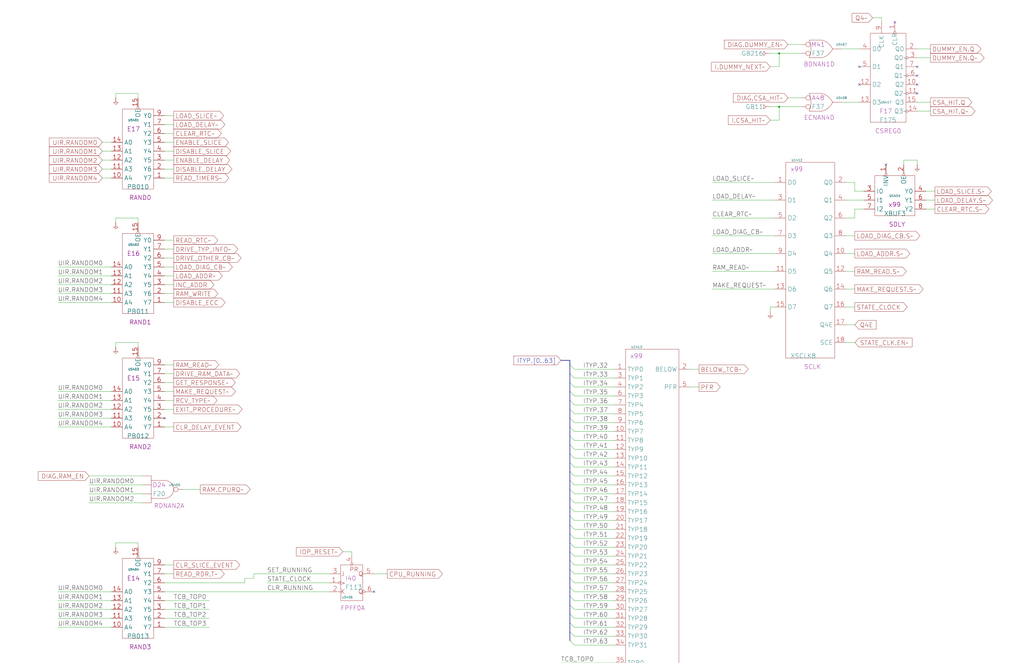
<source format=kicad_sch>
(kicad_sch (version 20230121) (generator eeschema)
  (paper "User" 584.2 378.46)
  (title_block (title "CONTROL STORE\\nRANDOM DECODING") (date "22-SEP-90") (rev "2.0") (comment 1 "IOC") (comment 2 "232-003061") (comment 3 "S400") (comment 4 "RELEASED"))
  (lib_symbols
    (symbol "r1000:F113" (pin_names (offset 1.016) hide)
      (property "Reference" "U" (at 0 -10.795 0))
      (property "Value" "F113" (at -1.27 -5.08 0))
      (property "Location" "___" (at -1.27 0 0))
      (property "Name" "______" (at 3.175 -18.415 0))
      (symbol "F113_0_1"
        (rectangle (start -3.81 7.62) (end 8.89 -12.7) (stroke (width 0.1524)))
      )
      (symbol "F113_1_1"
        (circle (center -4.445 -2.54) (radius 0.635))
        (circle (center 2.54 8.255) (radius 0.635))
        (circle (center 9.525 -7.62) (radius 0.635))
        (text ">" (at -2.54 -2.54 0) (effects (font (size 2.54 2.54))))
        (text "J" (at -2.54 2.54 0) (effects (font (size 2.54 2.54))))
        (text "K" (at -2.54 -7.62 0) (effects (font (size 2.54 2.54))))
        (text "P" (at 2.54 5.08 0) (effects (font (size 2.54 2.54))))
        (text "Q" (at 7.62 -7.62 0) (effects (font (size 2.54 2.54))))
        (text "Q" (at 7.62 2.54 0) (effects (font (size 2.54 2.54))))
        (text "R" (at 5.08 5.08 0) (effects (font (size 2.54 2.54))))
        (pin input line (at -10.16 -2.54 0) (length 5.08) (name "CLK_") (number "1"))
        (pin input line (at -10.16 -7.62 0) (length 6.35) (name "K") (number "2"))
        (pin input line (at -10.16 2.54 0) (length 6.35) (name "J") (number "3"))
        (pin input line (at 2.54 12.7 270) (length 3.81) (name "PR_") (number "4"))
        (pin output line (at 15.24 2.54 180) (length 6.35) (name "Q") (number "5"))
        (pin output line (at 15.24 -7.62 180) (length 5.08) (name "Q_") (number "6"))
      )
    )
    (symbol "r1000:F175" (pin_names (offset 1.016))
      (property "Reference" "U" (at 2.54 5.08 0))
      (property "Value" "F175" (at -1.27 -5.08 0))
      (property "Location" "___" (at -1.27 0 0))
      (property "Name" "______" (at 3.81 -12.7 0))
      (symbol "F175_1_1"
        (rectangle (start -6.35 44.45) (end 13.97 -6.35))
        (circle (center 7.62 45.085) (radius 0.635))
        (circle (center 14.605 0) (radius 0.635))
        (circle (center 14.605 10.16) (radius 0.635))
        (circle (center 14.605 20.32) (radius 0.635))
        (circle (center 14.605 30.48) (radius 0.635))
        (pin input line (at 7.62 50.8 270) (length 5.08) (name "CLR") (number "1"))
        (pin output line (at 20.32 15.24 180) (length 6.35) (name "Q2") (number "10"))
        (pin output line (at 20.32 10.16 180) (length 5.08) (name "Q2~") (number "11"))
        (pin input line (at -12.7 15.24 0) (length 6.35) (name "D2") (number "12"))
        (pin input line (at -12.7 5.08 0) (length 6.35) (name "D3") (number "13"))
        (pin output line (at 20.32 0 180) (length 5.08) (name "Q3~") (number "14"))
        (pin output line (at 20.32 5.08 180) (length 6.35) (name "Q3") (number "15"))
        (pin output line (at 20.32 35.56 180) (length 6.35) (name "Q0") (number "2"))
        (pin output line (at 20.32 30.48 180) (length 5.08) (name "Q0~") (number "3"))
        (pin input line (at -12.7 35.56 0) (length 6.35) (name "D0") (number "4"))
        (pin input line (at -12.7 25.4 0) (length 6.35) (name "D1") (number "5"))
        (pin output line (at 20.32 20.32 180) (length 5.08) (name "Q1~") (number "6"))
        (pin output line (at 20.32 25.4 180) (length 6.35) (name "Q1") (number "7"))
        (pin input line (at 0 50.8 270) (length 6.35) (name "CLK") (number "9"))
      )
    )
    (symbol "r1000:F20" (pin_numbers hide) (pin_names hide)
      (property "Reference" "U" (at 8.255 2.54 0))
      (property "Value" "F20" (at -0.635 -2.54 0))
      (property "Location" "___" (at -0.635 2.54 0))
      (property "Name" "______" (at 5.08 -10.795 0))
      (symbol "F20_0_1"
        (polyline (pts (xy -5.08 -5.08) (xy -5.08 -7.62)) (stroke (width 0.1524)))
        (polyline (pts (xy -5.08 5.08) (xy -5.08 -5.08)) (stroke (width 0.1524)))
        (polyline (pts (xy -5.08 7.62) (xy -5.08 5.08)) (stroke (width 0.1524)))
        (polyline (pts (xy 2.54 -5.08) (xy -5.08 -5.08)) (stroke (width 0.1524)))
        (polyline (pts (xy 2.54 5.08) (xy -5.08 5.08)) (stroke (width 0.1524)))
        (arc (start 2.54 -5.08) (mid 7.5882 0) (end 2.54 5.08) (stroke (width 0.1524)))
        (circle (center 8.89 0) (radius 1.27) (stroke (width 0.1524)))
      )
      (symbol "F20_0_2"
        (circle (center -7.62 -7.62) (radius 1.27) (stroke (width 0.1524)))
        (circle (center -7.62 7.62) (radius 1.27) (stroke (width 0.1524)))
        (circle (center -6.985 -2.54) (radius 1.27) (stroke (width 0.1524)))
        (circle (center -6.985 2.54) (radius 1.27) (stroke (width 0.1524)))
        (arc (start -6.35 -7.62) (mid -5.3975 0) (end -6.35 7.62) (stroke (width 0.1524)))
        (polyline (pts (xy -5.715 -5.08) (xy 1.27 -5.08)) (stroke (width 0.1524)))
        (polyline (pts (xy -5.715 5.08) (xy 1.27 5.08)) (stroke (width 0.1524)))
        (arc (start 1.27 -5.08) (mid 5.0518 -3.2985) (end 7.62 0) (stroke (width 0.1524)))
        (arc (start 7.62 0) (mid 5.0518 3.2985) (end 1.27 5.08) (stroke (width 0.1524)))
      )
      (symbol "F20_1_1"
        (pin input line (at -10.16 7.62 0) (length 5.08) (name "D0") (number "1"))
        (pin input line (at -10.16 2.54 0) (length 5.08) (name "D1") (number "2"))
        (pin input line (at -10.16 -2.54 0) (length 5.08) (name "D2") (number "4"))
        (pin input line (at -10.16 -7.62 0) (length 5.08) (name "D3") (number "5"))
        (pin output line (at 12.7 0 180) (length 2.54) (name "Q") (number "6"))
      )
      (symbol "F20_1_2"
        (pin input line (at -10.16 7.62 0) (length 1.27) (name "D0") (number "1"))
        (pin input line (at -10.16 2.54 0) (length 1.905) (name "D1") (number "2"))
        (pin input line (at -10.16 -2.54 0) (length 1.905) (name "D2") (number "4"))
        (pin input line (at -10.16 -7.62 0) (length 1.27) (name "D3") (number "5"))
        (pin output line (at 12.7 0 180) (length 5.08) (name "Q") (number "6"))
      )
    )
    (symbol "r1000:F37" (pin_numbers hide) (pin_names (offset 0) hide)
      (property "Reference" "U" (at 15.24 0 0))
      (property "Value" "F37" (at 1.905 -5.08 0))
      (property "Location" "___" (at 1.905 0 0))
      (property "Name" "______" (at 2.54 -12.7 0))
      (symbol "F37_0_1"
        (polyline (pts (xy -2.54 -7.62) (xy 5.08 -7.62)) (stroke (width 0.1524)))
        (polyline (pts (xy -2.54 2.54) (xy -2.54 -7.62)) (stroke (width 0.1524)))
        (polyline (pts (xy -2.54 2.54) (xy 5.08 2.54)) (stroke (width 0.1524)))
        (arc (start 5.08 -7.62) (mid 10.1282 -2.54) (end 5.08 2.54) (stroke (width 0.1524)))
        (circle (center 11.43 -2.54) (radius 1.27) (stroke (width 0.1524)))
      )
      (symbol "F37_0_2"
        (circle (center -3.81 -5.08) (radius 1.27) (stroke (width 0.1524)))
        (circle (center -3.81 0) (radius 1.27) (stroke (width 0.1524)))
        (arc (start -3.175 -7.62) (mid -2.134 -2.54) (end -3.175 2.54) (stroke (width 0.1524)))
        (polyline (pts (xy -3.175 -7.62) (xy 3.81 -7.62)) (stroke (width 0.1524)))
        (polyline (pts (xy -3.175 2.54) (xy 3.81 2.54)) (stroke (width 0.1524)))
        (arc (start 3.81 -7.62) (mid 7.5855 -5.8306) (end 10.16 -2.54) (stroke (width 0.1524)))
        (arc (start 10.16 -2.54) (mid 7.5827 0.7471) (end 3.81 2.54) (stroke (width 0.1524)))
      )
      (symbol "F37_1_1"
        (pin input line (at -7.62 0 0) (length 5.08) (name "D0") (number "1"))
        (pin input line (at -7.62 -5.08 0) (length 5.08) (name "D1") (number "2"))
        (pin output line (at 15.24 -2.54 180) (length 2.54) (name "Q") (number "3"))
      )
      (symbol "F37_1_2"
        (pin input line (at -7.62 0 0) (length 2.54) (name "D0") (number "1"))
        (pin input line (at -7.62 -5.08 0) (length 2.54) (name "D1") (number "2"))
        (pin output line (at 15.24 -2.54 180) (length 5.08) (name "Q") (number "3"))
      )
    )
    (symbol "r1000:GB" (pin_numbers hide) (pin_names (offset 0) hide)
      (property "Reference" "GB" (at 3.81 0 0))
      (symbol "GB_0_1"
        (polyline (pts (xy 2.54 0) (xy 3.81 1.27) (xy 3.81 -1.27) (xy 2.54 0)) (stroke (width 0.1524)))
      )
      (symbol "GB_1_1"
        (pin bidirectional line (at 0 0 0) (length 2.54) (name "") (number "1"))
      )
    )
    (symbol "r1000:PBxxx" (pin_names (offset 1.016))
      (property "Reference" "U" (at 2.54 5.08 0))
      (property "Value" "PBxxx" (at -1.27 -33.02 0))
      (property "Location" "___" (at -1.27 0 0))
      (property "Name" "______" (at 6.35 -40.64 0))
      (symbol "PBxxx_1_1"
        (rectangle (start -3.81 11.43) (end 13.97 -34.29))
        (circle (center 5.08 12.065) (radius 0.635))
        (pin tri_state line (at 20.32 -27.94 180) (length 6.35) (name "Y7") (number "1"))
        (pin input line (at -10.16 -27.94 0) (length 6.35) (name "A4") (number "10"))
        (pin input line (at -10.16 -22.86 0) (length 6.35) (name "A3") (number "11"))
        (pin input line (at -10.16 -17.78 0) (length 6.35) (name "A2") (number "12"))
        (pin input line (at -10.16 -12.7 0) (length 6.35) (name "A1") (number "13"))
        (pin input line (at -10.16 -7.62 0) (length 6.35) (name "A0") (number "14"))
        (pin input line (at 5.08 17.78 270) (length 5.08) (name "OE") (number "15"))
        (pin tri_state line (at 20.32 -22.86 180) (length 6.35) (name "Y6") (number "2"))
        (pin tri_state line (at 20.32 -17.78 180) (length 6.35) (name "Y5") (number "3"))
        (pin tri_state line (at 20.32 -12.7 180) (length 6.35) (name "Y4") (number "4"))
        (pin tri_state line (at 20.32 -7.62 180) (length 6.35) (name "Y3") (number "5"))
        (pin tri_state line (at 20.32 -2.54 180) (length 6.35) (name "Y2") (number "6"))
        (pin tri_state line (at 20.32 2.54 180) (length 6.35) (name "Y1") (number "7"))
        (pin tri_state line (at 20.32 7.62 180) (length 6.35) (name "Y0") (number "9"))
      )
    )
    (symbol "r1000:PD" (power) (pin_numbers hide) (pin_names hide) (in_bom no)
      (symbol "PD_0_1"
        (polyline (pts (xy 0 -2.54) (xy 1.27 -2.54) (xy 0 -3.81) (xy -1.27 -2.54) (xy 0 -2.54)) (stroke (width 0.1524)))
      )
      (symbol "PD_1_1"
        (pin power_in line (at 0 0 270) (length 2.54) (name "PD") (number "1"))
      )
    )
    (symbol "r1000:XBUF3" (pin_names (offset 1.016))
      (property "Reference" "U" (at 2.54 5.08 0))
      (property "Value" "XBUF3" (at -3.81 -5.08 0))
      (property "Location" "___" (at -1.27 0 0))
      (property "Name" "______" (at 3.81 -12.7 0))
      (symbol "XBUF3_1_1"
        (rectangle (start -8.89 16.51) (end 13.97 -6.35))
        (circle (center -2.54 17.145) (radius 0.635))
        (circle (center 7.62 17.145) (radius 0.635))
        (pin input line (at -2.54 22.86 270) (length 5.08) (name "INV") (number "1"))
        (pin input line (at 7.62 22.86 270) (length 5.08) (name "OE") (number "2"))
        (pin input line (at -15.24 7.62 0) (length 6.35) (name "I0") (number "3"))
        (pin tri_state line (at 20.32 7.62 180) (length 6.35) (name "Y0") (number "4"))
        (pin input line (at -15.24 2.54 0) (length 6.35) (name "I1") (number "5"))
        (pin tri_state line (at 20.32 2.54 180) (length 6.35) (name "Y1") (number "6"))
        (pin input line (at -15.24 -2.54 0) (length 6.35) (name "I2") (number "7"))
        (pin tri_state line (at 20.32 -2.54 180) (length 6.35) (name "Y2") (number "8"))
      )
    )
    (symbol "r1000:XSCLK8" (pin_names (offset 1.016))
      (property "Reference" "U" (at 2.54 5.08 0))
      (property "Value" "XSCLK8" (at -1.27 -106.68 0))
      (property "Location" "___" (at -1.27 0 0))
      (property "Name" "______" (at 11.43 -114.3 0))
      (symbol "XSCLK8_1_1"
        (rectangle (start -3.81 3.81) (end 24.13 -107.95))
        (pin input line (at -10.16 -7.62 0) (length 6.35) (name "D0") (number "1"))
        (pin output line (at 30.48 -48.26 180) (length 6.35) (name "Q4") (number "10"))
        (pin input line (at -10.16 -58.42 0) (length 6.35) (name "D5") (number "11"))
        (pin output line (at 30.48 -58.42 180) (length 6.35) (name "Q5") (number "12"))
        (pin input line (at -10.16 -68.58 0) (length 6.35) (name "D6") (number "13"))
        (pin output line (at 30.48 -68.58 180) (length 6.35) (name "Q6") (number "14"))
        (pin input line (at -10.16 -78.74 0) (length 6.35) (name "D7") (number "15"))
        (pin output line (at 30.48 -78.74 180) (length 6.35) (name "Q7") (number "16"))
        (pin input line (at 30.48 -88.9 180) (length 6.35) (name "Q4E") (number "17"))
        (pin input line (at 30.48 -99.06 180) (length 6.35) (name "SCE") (number "18"))
        (pin output line (at 30.48 -7.62 180) (length 6.35) (name "Q0") (number "2"))
        (pin input line (at -10.16 -17.78 0) (length 6.35) (name "D1") (number "3"))
        (pin output line (at 30.48 -17.78 180) (length 6.35) (name "Q1") (number "4"))
        (pin input line (at -10.16 -27.94 0) (length 6.35) (name "D2") (number "5"))
        (pin output line (at 30.48 -27.94 180) (length 6.35) (name "Q2") (number "6"))
        (pin input line (at -10.16 -38.1 0) (length 6.35) (name "D3") (number "7"))
        (pin output line (at 30.48 -38.1 180) (length 6.35) (name "Q3") (number "8"))
        (pin input line (at -10.16 -48.26 0) (length 6.35) (name "D4") (number "9"))
      )
    )
    (symbol "r1000:XTCBCMP" (pin_names (offset 1.016))
      (property "Reference" "U" (at 2.54 5.08 0))
      (property "Value" "XTCBCMP" (at -1.27 -198.12 0))
      (property "Location" "___" (at -1.27 0 0))
      (property "Name" "______" (at 11.43 -205.74 0))
      (symbol "XTCBCMP_1_1"
        (rectangle (start -3.81 3.81) (end 26.67 -199.39))
        (pin input line (at -10.16 -7.62 0) (length 6.35) (name "TYP0") (number "1"))
        (pin input line (at -10.16 -43.18 0) (length 6.35) (name "TYP7") (number "10"))
        (pin input line (at -10.16 -48.26 0) (length 6.35) (name "TYP8") (number "11"))
        (pin input line (at -10.16 -53.34 0) (length 6.35) (name "TYP9") (number "12"))
        (pin input line (at -10.16 -58.42 0) (length 6.35) (name "TYP10") (number "13"))
        (pin input line (at -10.16 -63.5 0) (length 6.35) (name "TYP11") (number "14"))
        (pin input line (at -10.16 -68.58 0) (length 6.35) (name "TYP12") (number "15"))
        (pin input line (at -10.16 -73.66 0) (length 6.35) (name "TYP13") (number "16"))
        (pin input line (at -10.16 -78.74 0) (length 6.35) (name "TYP14") (number "17"))
        (pin input line (at -10.16 -83.82 0) (length 6.35) (name "TYP15") (number "18"))
        (pin input line (at -10.16 -88.9 0) (length 6.35) (name "TYP16") (number "19"))
        (pin output line (at 33.02 -7.62 180) (length 6.35) (name "BELOW") (number "2"))
        (pin input line (at -10.16 -93.98 0) (length 6.35) (name "TYP17") (number "20"))
        (pin input line (at -10.16 -99.06 0) (length 6.35) (name "TYP18") (number "21"))
        (pin input line (at -10.16 -104.14 0) (length 6.35) (name "TYP19") (number "22"))
        (pin input line (at -10.16 -109.22 0) (length 6.35) (name "TYP20") (number "23"))
        (pin input line (at -10.16 -114.3 0) (length 6.35) (name "TYP21") (number "24"))
        (pin input line (at -10.16 -119.38 0) (length 6.35) (name "TYP22") (number "25"))
        (pin input line (at -10.16 -124.46 0) (length 6.35) (name "TYP23") (number "26"))
        (pin input line (at -10.16 -129.54 0) (length 6.35) (name "TYP24") (number "27"))
        (pin input line (at -10.16 -134.62 0) (length 6.35) (name "TYP25") (number "28"))
        (pin input line (at -10.16 -139.7 0) (length 6.35) (name "TYP26") (number "29"))
        (pin input line (at -10.16 -12.7 0) (length 6.35) (name "TYP1") (number "3"))
        (pin input line (at -10.16 -144.78 0) (length 6.35) (name "TYP27") (number "30"))
        (pin input line (at -10.16 -149.86 0) (length 6.35) (name "TYP28") (number "31"))
        (pin input line (at -10.16 -154.94 0) (length 6.35) (name "TYP29") (number "32"))
        (pin input line (at -10.16 -160.02 0) (length 6.35) (name "TYP30") (number "33"))
        (pin input line (at -10.16 -165.1 0) (length 6.35) (name "TYP31") (number "34"))
        (pin input line (at -10.16 -175.26 0) (length 6.35) (name "TOP0") (number "35"))
        (pin input line (at -10.16 -180.34 0) (length 6.35) (name "TOP1") (number "36"))
        (pin input line (at -10.16 -185.42 0) (length 6.35) (name "TOP2") (number "37"))
        (pin input line (at -10.16 -190.5 0) (length 6.35) (name "TOP3") (number "38"))
        (pin input line (at -10.16 -17.78 0) (length 6.35) (name "TYP2") (number "4"))
        (pin output line (at 33.02 -17.78 180) (length 6.35) (name "PFR") (number "5"))
        (pin input line (at -10.16 -22.86 0) (length 6.35) (name "TYP3") (number "6"))
        (pin input line (at -10.16 -27.94 0) (length 6.35) (name "TYP4") (number "7"))
        (pin input line (at -10.16 -33.02 0) (length 6.35) (name "TYP5") (number "8"))
        (pin input line (at -10.16 -38.1 0) (length 6.35) (name "TYP6") (number "9"))
      )
    )
  )
  (junction (at 444.5 60.96))
  (junction (at 444.5 30.48))
  (no_connect (at 523.24 43.18))
  (no_connect (at 505.46 93.98))
  (no_connect (at 490.22 38.1))
  (no_connect (at 93.98 238.76))
  (no_connect (at 523.24 48.26))
  (no_connect (at 523.24 38.1))
  (no_connect (at 213.36 337.82))
  (no_connect (at 510.54 12.7))
  (no_connect (at 490.22 48.26))
  (no_connect (at 523.24 53.34))
  (bus_entry (at 325.12 304.8) (size 2.54 2.54))
  (bus_entry (at 325.12 238.76) (size 2.54 2.54))
  (bus_entry (at 325.12 289.56) (size 2.54 2.54))
  (bus_entry (at 325.12 218.44) (size 2.54 2.54))
  (bus_entry (at 325.12 340.36) (size 2.54 2.54))
  (bus_entry (at 325.12 299.72) (size 2.54 2.54))
  (bus_entry (at 325.12 320.04) (size 2.54 2.54))
  (bus_entry (at 325.12 350.52) (size 2.54 2.54))
  (bus_entry (at 325.12 243.84) (size 2.54 2.54))
  (bus_entry (at 325.12 213.36) (size 2.54 2.54))
  (bus_entry (at 325.12 269.24) (size 2.54 2.54))
  (bus_entry (at 325.12 254) (size 2.54 2.54))
  (bus_entry (at 325.12 294.64) (size 2.54 2.54))
  (bus_entry (at 325.12 259.08) (size 2.54 2.54))
  (bus_entry (at 325.12 325.12) (size 2.54 2.54))
  (bus_entry (at 325.12 233.68) (size 2.54 2.54))
  (bus_entry (at 325.12 314.96) (size 2.54 2.54))
  (bus_entry (at 325.12 365.76) (size 2.54 2.54))
  (bus_entry (at 325.12 309.88) (size 2.54 2.54))
  (bus_entry (at 325.12 228.6) (size 2.54 2.54))
  (bus_entry (at 325.12 330.2) (size 2.54 2.54))
  (bus_entry (at 325.12 284.48) (size 2.54 2.54))
  (bus_entry (at 325.12 355.6) (size 2.54 2.54))
  (bus_entry (at 325.12 248.92) (size 2.54 2.54))
  (bus_entry (at 325.12 360.68) (size 2.54 2.54))
  (bus_entry (at 325.12 264.16) (size 2.54 2.54))
  (bus_entry (at 325.12 345.44) (size 2.54 2.54))
  (bus_entry (at 325.12 335.28) (size 2.54 2.54))
  (bus_entry (at 325.12 223.52) (size 2.54 2.54))
  (bus_entry (at 325.12 274.32) (size 2.54 2.54))
  (bus_entry (at 325.12 208.28) (size 2.54 2.54))
  (bus_entry (at 325.12 279.4) (size 2.54 2.54))
  (wire (pts (xy 393.7 220.98) (xy 398.78 220.98)))
  (wire (pts (xy 33.02 337.82) (xy 63.5 337.82)))
  (bus (pts (xy 325.12 279.4) (xy 325.12 284.48)))
  (wire (pts (xy 33.02 238.76) (xy 63.5 238.76)))
  (wire (pts (xy 93.98 243.84) (xy 99.06 243.84)))
  (bus (pts (xy 325.12 350.52) (xy 325.12 355.6)))
  (wire (pts (xy 78.74 198.12) (xy 78.74 195.58)))
  (wire (pts (xy 93.98 172.72) (xy 99.06 172.72)))
  (wire (pts (xy 482.6 154.94) (xy 487.68 154.94)))
  (wire (pts (xy 320.04 393.7) (xy 350.52 393.7)))
  (wire (pts (xy 350.52 312.42) (xy 327.66 312.42)))
  (wire (pts (xy 78.74 312.42) (xy 78.74 309.88)))
  (wire (pts (xy 482.6 185.42) (xy 487.68 185.42)))
  (wire (pts (xy 93.98 358.14) (xy 119.38 358.14)))
  (wire (pts (xy 350.52 210.82) (xy 327.66 210.82)))
  (wire (pts (xy 406.4 154.94) (xy 441.96 154.94)))
  (wire (pts (xy 33.02 353.06) (xy 63.5 353.06)))
  (wire (pts (xy 528.32 114.3) (xy 533.4 114.3)))
  (wire (pts (xy 350.52 231.14) (xy 327.66 231.14)))
  (wire (pts (xy 350.52 297.18) (xy 327.66 297.18)))
  (bus (pts (xy 325.12 238.76) (xy 325.12 243.84)))
  (wire (pts (xy 66.04 124.46) (xy 66.04 127)))
  (wire (pts (xy 515.62 91.44) (xy 515.62 93.98)))
  (wire (pts (xy 523.24 93.98) (xy 523.24 91.44)))
  (wire (pts (xy 350.52 327.66) (xy 327.66 327.66)))
  (bus (pts (xy 325.12 314.96) (xy 325.12 320.04)))
  (bus (pts (xy 325.12 309.88) (xy 325.12 314.96)))
  (bus (pts (xy 325.12 289.56) (xy 325.12 294.64)))
  (wire (pts (xy 33.02 157.48) (xy 63.5 157.48)))
  (wire (pts (xy 490.22 58.42) (xy 480.06 58.42)))
  (wire (pts (xy 200.66 314.96) (xy 195.58 314.96)))
  (wire (pts (xy 350.52 251.46) (xy 327.66 251.46)))
  (wire (pts (xy 406.4 165.1) (xy 441.96 165.1)))
  (wire (pts (xy 93.98 213.36) (xy 99.06 213.36)))
  (wire (pts (xy 320.04 383.54) (xy 350.52 383.54)))
  (wire (pts (xy 93.98 332.74) (xy 139.7 332.74)))
  (wire (pts (xy 66.04 309.88) (xy 66.04 312.42)))
  (wire (pts (xy 152.4 332.74) (xy 187.96 332.74)))
  (bus (pts (xy 325.12 269.24) (xy 325.12 274.32)))
  (wire (pts (xy 482.6 104.14) (xy 487.68 104.14)))
  (bus (pts (xy 325.12 335.28) (xy 325.12 340.36)))
  (wire (pts (xy 33.02 223.52) (xy 63.5 223.52)))
  (wire (pts (xy 487.68 109.22) (xy 487.68 104.14)))
  (wire (pts (xy 406.4 124.46) (xy 441.96 124.46)))
  (wire (pts (xy 482.6 144.78) (xy 487.68 144.78)))
  (bus (pts (xy 325.12 299.72) (xy 325.12 304.8)))
  (wire (pts (xy 502.92 12.7) (xy 502.92 10.16)))
  (wire (pts (xy 482.6 165.1) (xy 487.68 165.1)))
  (wire (pts (xy 439.42 30.48) (xy 444.5 30.48)))
  (bus (pts (xy 325.12 264.16) (xy 325.12 269.24)))
  (wire (pts (xy 350.52 246.38) (xy 327.66 246.38)))
  (wire (pts (xy 93.98 167.64) (xy 99.06 167.64)))
  (wire (pts (xy 350.52 226.06) (xy 327.66 226.06)))
  (bus (pts (xy 325.12 284.48) (xy 325.12 289.56)))
  (wire (pts (xy 350.52 266.7) (xy 327.66 266.7)))
  (wire (pts (xy 350.52 347.98) (xy 327.66 347.98)))
  (wire (pts (xy 350.52 261.62) (xy 327.66 261.62)))
  (wire (pts (xy 439.42 175.26) (xy 439.42 177.8)))
  (wire (pts (xy 144.78 327.66) (xy 187.96 327.66)))
  (wire (pts (xy 200.66 314.96) (xy 200.66 317.5)))
  (wire (pts (xy 350.52 302.26) (xy 327.66 302.26)))
  (wire (pts (xy 93.98 228.6) (xy 99.06 228.6)))
  (wire (pts (xy 444.5 38.1) (xy 444.5 30.48)))
  (wire (pts (xy 350.52 342.9) (xy 327.66 342.9)))
  (wire (pts (xy 93.98 66.04) (xy 99.06 66.04)))
  (wire (pts (xy 441.96 175.26) (xy 439.42 175.26)))
  (wire (pts (xy 350.52 241.3) (xy 327.66 241.3)))
  (wire (pts (xy 78.74 127) (xy 78.74 124.46)))
  (wire (pts (xy 406.4 144.78) (xy 441.96 144.78)))
  (bus (pts (xy 325.12 320.04) (xy 325.12 325.12)))
  (wire (pts (xy 33.02 358.14) (xy 63.5 358.14)))
  (bus (pts (xy 325.12 274.32) (xy 325.12 279.4)))
  (wire (pts (xy 50.8 276.86) (xy 81.28 276.86)))
  (wire (pts (xy 350.52 317.5) (xy 327.66 317.5)))
  (wire (pts (xy 528.32 119.38) (xy 533.4 119.38)))
  (wire (pts (xy 406.4 134.62) (xy 441.96 134.62)))
  (wire (pts (xy 350.52 358.14) (xy 327.66 358.14)))
  (wire (pts (xy 93.98 91.44) (xy 99.06 91.44)))
  (wire (pts (xy 93.98 71.12) (xy 99.06 71.12)))
  (wire (pts (xy 93.98 147.32) (xy 99.06 147.32)))
  (wire (pts (xy 58.42 96.52) (xy 63.5 96.52)))
  (bus (pts (xy 325.12 304.8) (xy 325.12 309.88)))
  (wire (pts (xy 93.98 96.52) (xy 99.06 96.52)))
  (wire (pts (xy 58.42 81.28) (xy 63.5 81.28)))
  (wire (pts (xy 492.76 109.22) (xy 487.68 109.22)))
  (wire (pts (xy 93.98 347.98) (xy 119.38 347.98)))
  (bus (pts (xy 325.12 254) (xy 325.12 259.08)))
  (wire (pts (xy 78.74 309.88) (xy 66.04 309.88)))
  (wire (pts (xy 482.6 134.62) (xy 487.68 134.62)))
  (wire (pts (xy 482.6 114.3) (xy 492.76 114.3)))
  (wire (pts (xy 93.98 337.82) (xy 187.96 337.82)))
  (wire (pts (xy 33.02 342.9) (xy 63.5 342.9)))
  (wire (pts (xy 93.98 322.58) (xy 99.06 322.58)))
  (wire (pts (xy 523.24 91.44) (xy 515.62 91.44)))
  (wire (pts (xy 444.5 68.58) (xy 444.5 60.96)))
  (wire (pts (xy 406.4 104.14) (xy 441.96 104.14)))
  (wire (pts (xy 482.6 124.46) (xy 487.68 124.46)))
  (wire (pts (xy 66.04 53.34) (xy 66.04 55.88)))
  (bus (pts (xy 325.12 218.44) (xy 325.12 223.52)))
  (wire (pts (xy 58.42 101.6) (xy 63.5 101.6)))
  (wire (pts (xy 93.98 223.52) (xy 99.06 223.52)))
  (wire (pts (xy 350.52 256.54) (xy 327.66 256.54)))
  (wire (pts (xy 439.42 38.1) (xy 444.5 38.1)))
  (wire (pts (xy 33.02 167.64) (xy 63.5 167.64)))
  (wire (pts (xy 33.02 162.56) (xy 63.5 162.56)))
  (wire (pts (xy 139.7 330.2) (xy 139.7 332.74)))
  (wire (pts (xy 93.98 218.44) (xy 99.06 218.44)))
  (wire (pts (xy 487.68 119.38) (xy 487.68 124.46)))
  (wire (pts (xy 439.42 60.96) (xy 444.5 60.96)))
  (bus (pts (xy 325.12 345.44) (xy 325.12 350.52)))
  (wire (pts (xy 350.52 363.22) (xy 327.66 363.22)))
  (wire (pts (xy 93.98 81.28) (xy 99.06 81.28)))
  (bus (pts (xy 325.12 243.84) (xy 325.12 248.92)))
  (wire (pts (xy 50.8 271.78) (xy 81.28 271.78)))
  (wire (pts (xy 497.84 10.16) (xy 502.92 10.16)))
  (wire (pts (xy 492.76 119.38) (xy 487.68 119.38)))
  (wire (pts (xy 213.36 327.66) (xy 220.98 327.66)))
  (wire (pts (xy 350.52 287.02) (xy 327.66 287.02)))
  (wire (pts (xy 78.74 53.34) (xy 66.04 53.34)))
  (wire (pts (xy 33.02 243.84) (xy 63.5 243.84)))
  (wire (pts (xy 320.04 378.46) (xy 350.52 378.46)))
  (wire (pts (xy 480.06 27.94) (xy 490.22 27.94)))
  (wire (pts (xy 33.02 233.68) (xy 63.5 233.68)))
  (wire (pts (xy 320.04 388.62) (xy 350.52 388.62)))
  (bus (pts (xy 325.12 223.52) (xy 325.12 228.6)))
  (wire (pts (xy 350.52 322.58) (xy 327.66 322.58)))
  (wire (pts (xy 523.24 63.5) (xy 530.86 63.5)))
  (wire (pts (xy 350.52 236.22) (xy 327.66 236.22)))
  (wire (pts (xy 444.5 30.48) (xy 457.2 30.48)))
  (wire (pts (xy 350.52 332.74) (xy 327.66 332.74)))
  (wire (pts (xy 93.98 76.2) (xy 99.06 76.2)))
  (wire (pts (xy 33.02 152.4) (xy 63.5 152.4)))
  (wire (pts (xy 139.7 330.2) (xy 144.78 330.2)))
  (wire (pts (xy 93.98 86.36) (xy 99.06 86.36)))
  (wire (pts (xy 350.52 337.82) (xy 327.66 337.82)))
  (wire (pts (xy 350.52 215.9) (xy 327.66 215.9)))
  (wire (pts (xy 350.52 292.1) (xy 327.66 292.1)))
  (wire (pts (xy 482.6 195.58) (xy 487.68 195.58)))
  (wire (pts (xy 393.7 210.82) (xy 398.78 210.82)))
  (wire (pts (xy 144.78 330.2) (xy 144.78 327.66)))
  (wire (pts (xy 528.32 109.22) (xy 533.4 109.22)))
  (wire (pts (xy 523.24 33.02) (xy 530.86 33.02)))
  (bus (pts (xy 325.12 213.36) (xy 325.12 218.44)))
  (bus (pts (xy 325.12 259.08) (xy 325.12 264.16)))
  (wire (pts (xy 78.74 124.46) (xy 66.04 124.46)))
  (bus (pts (xy 325.12 294.64) (xy 325.12 299.72)))
  (bus (pts (xy 325.12 205.74) (xy 325.12 208.28)))
  (bus (pts (xy 325.12 355.6) (xy 325.12 360.68)))
  (wire (pts (xy 93.98 342.9) (xy 119.38 342.9)))
  (wire (pts (xy 350.52 353.06) (xy 327.66 353.06)))
  (wire (pts (xy 93.98 162.56) (xy 99.06 162.56)))
  (wire (pts (xy 93.98 233.68) (xy 99.06 233.68)))
  (wire (pts (xy 523.24 58.42) (xy 530.86 58.42)))
  (wire (pts (xy 50.8 287.02) (xy 81.28 287.02)))
  (wire (pts (xy 350.52 220.98) (xy 327.66 220.98)))
  (bus (pts (xy 325.12 248.92) (xy 325.12 254)))
  (wire (pts (xy 33.02 347.98) (xy 63.5 347.98)))
  (wire (pts (xy 93.98 137.16) (xy 99.06 137.16)))
  (wire (pts (xy 350.52 281.94) (xy 327.66 281.94)))
  (wire (pts (xy 93.98 152.4) (xy 99.06 152.4)))
  (bus (pts (xy 325.12 233.68) (xy 325.12 238.76)))
  (wire (pts (xy 93.98 142.24) (xy 99.06 142.24)))
  (wire (pts (xy 449.58 55.88) (xy 457.2 55.88)))
  (wire (pts (xy 93.98 208.28) (xy 99.06 208.28)))
  (bus (pts (xy 325.12 208.28) (xy 325.12 213.36)))
  (wire (pts (xy 350.52 276.86) (xy 327.66 276.86)))
  (bus (pts (xy 320.04 205.74) (xy 325.12 205.74)))
  (wire (pts (xy 93.98 353.06) (xy 119.38 353.06)))
  (wire (pts (xy 439.42 68.58) (xy 444.5 68.58)))
  (wire (pts (xy 350.52 271.78) (xy 327.66 271.78)))
  (wire (pts (xy 444.5 60.96) (xy 457.2 60.96)))
  (wire (pts (xy 93.98 327.66) (xy 99.06 327.66)))
  (wire (pts (xy 406.4 114.3) (xy 441.96 114.3)))
  (bus (pts (xy 325.12 330.2) (xy 325.12 335.28)))
  (wire (pts (xy 93.98 157.48) (xy 99.06 157.48)))
  (wire (pts (xy 58.42 91.44) (xy 63.5 91.44)))
  (wire (pts (xy 58.42 86.36) (xy 63.5 86.36)))
  (wire (pts (xy 449.58 25.4) (xy 457.2 25.4)))
  (bus (pts (xy 325.12 325.12) (xy 325.12 330.2)))
  (wire (pts (xy 482.6 175.26) (xy 487.68 175.26)))
  (bus (pts (xy 325.12 340.36) (xy 325.12 345.44)))
  (wire (pts (xy 50.8 281.94) (xy 81.28 281.94)))
  (wire (pts (xy 33.02 228.6) (xy 63.5 228.6)))
  (bus (pts (xy 325.12 360.68) (xy 325.12 365.76)))
  (wire (pts (xy 66.04 195.58) (xy 66.04 198.12)))
  (bus (pts (xy 325.12 228.6) (xy 325.12 233.68)))
  (wire (pts (xy 93.98 101.6) (xy 99.06 101.6)))
  (wire (pts (xy 350.52 307.34) (xy 327.66 307.34)))
  (wire (pts (xy 523.24 27.94) (xy 530.86 27.94)))
  (wire (pts (xy 350.52 368.3) (xy 327.66 368.3)))
  (wire (pts (xy 104.14 279.4) (xy 114.3 279.4)))
  (wire (pts (xy 78.74 195.58) (xy 66.04 195.58)))
  (wire (pts (xy 33.02 172.72) (xy 63.5 172.72)))
  (wire (pts (xy 78.74 55.88) (xy 78.74 53.34)))
  (label "UIR.RANDOM1" (at 33.02 342.9 0) (effects (font (size 2.54 2.54))))
  (label "ITYP.56" (at 332.74 332.74 0) (effects (font (size 2.54 2.54))))
  (label "UIR.RANDOM2" (at 33.02 162.56 0) (effects (font (size 2.54 2.54))))
  (label "ITYP.36" (at 332.74 231.14 0) (effects (font (size 2.54 2.54))))
  (label "ITYP.63" (at 332.74 368.3 0) (effects (font (size 2.54 2.54))))
  (label "ITYP.58" (at 332.74 342.9 0) (effects (font (size 2.54 2.54))))
  (label "UIR.RANDOM2" (at 50.8 287.02 0) (effects (font (size 2.54 2.54))))
  (label "ITYP.59" (at 332.74 347.98 0) (effects (font (size 2.54 2.54))))
  (label "ITYP.61" (at 332.74 358.14 0) (effects (font (size 2.54 2.54))))
  (label "ITYP.34" (at 332.74 220.98 0) (effects (font (size 2.54 2.54))))
  (label "ITYP.39" (at 332.74 246.38 0) (effects (font (size 2.54 2.54))))
  (label "ITYP.47" (at 332.74 287.02 0) (effects (font (size 2.54 2.54))))
  (label "ITYP.33" (at 332.74 215.9 0) (effects (font (size 2.54 2.54))))
  (label "UIR.RANDOM2" (at 33.02 233.68 0) (effects (font (size 2.54 2.54))))
  (label "ITYP.50" (at 332.74 302.26 0) (effects (font (size 2.54 2.54))))
  (label "ITYP.55" (at 332.74 327.66 0) (effects (font (size 2.54 2.54))))
  (label "LOAD_DELAY~" (at 406.4 114.3 0) (effects (font (size 2.54 2.54))))
  (label "UIR.RANDOM4" (at 33.02 358.14 0) (effects (font (size 2.54 2.54))))
  (label "MAKE_REQUEST~" (at 406.4 165.1 0) (effects (font (size 2.54 2.54))))
  (label "ITYP.42" (at 332.74 261.62 0) (effects (font (size 2.54 2.54))))
  (label "UIR.RANDOM4" (at 33.02 243.84 0) (effects (font (size 2.54 2.54))))
  (label "ITYP.53" (at 332.74 317.5 0) (effects (font (size 2.54 2.54))))
  (label "ITYP.46" (at 332.74 281.94 0) (effects (font (size 2.54 2.54))))
  (label "SET_RUNNING" (at 152.4 327.66 0) (effects (font (size 2.54 2.54))))
  (label "ITYP.60" (at 332.74 353.06 0) (effects (font (size 2.54 2.54))))
  (label "RAM_READ~" (at 406.4 154.94 0) (effects (font (size 2.54 2.54))))
  (label "ITYP.57" (at 332.74 337.82 0) (effects (font (size 2.54 2.54))))
  (label "ITYP.38" (at 332.74 241.3 0) (effects (font (size 2.54 2.54))))
  (label "TCB_TOP0" (at 320.04 378.46 0) (effects (font (size 2.54 2.54))))
  (label "LOAD_DIAG_CB~" (at 406.4 134.62 0) (effects (font (size 2.54 2.54))))
  (label "UIR.RANDOM2" (at 33.02 347.98 0) (effects (font (size 2.54 2.54))))
  (label "UIR.RANDOM1" (at 33.02 157.48 0) (effects (font (size 2.54 2.54))))
  (label "TCB_TOP2" (at 320.04 388.62 0) (effects (font (size 2.54 2.54))))
  (label "ITYP.54" (at 332.74 322.58 0) (effects (font (size 2.54 2.54))))
  (label "ITYP.48" (at 332.74 292.1 0) (effects (font (size 2.54 2.54))))
  (label "ITYP.62" (at 332.74 363.22 0) (effects (font (size 2.54 2.54))))
  (label "TCB_TOP3" (at 320.04 393.7 0) (effects (font (size 2.54 2.54))))
  (label "ITYP.44" (at 332.74 271.78 0) (effects (font (size 2.54 2.54))))
  (label "ITYP.35" (at 332.74 226.06 0) (effects (font (size 2.54 2.54))))
  (label "ITYP.45" (at 332.74 276.86 0) (effects (font (size 2.54 2.54))))
  (label "ITYP.51" (at 332.74 307.34 0) (effects (font (size 2.54 2.54))))
  (label "UIR.RANDOM0" (at 33.02 152.4 0) (effects (font (size 2.54 2.54))))
  (label "UIR.RANDOM0" (at 33.02 223.52 0) (effects (font (size 2.54 2.54))))
  (label "UIR.RANDOM3" (at 33.02 353.06 0) (effects (font (size 2.54 2.54))))
  (label "UIR.RANDOM4" (at 33.02 172.72 0) (effects (font (size 2.54 2.54))))
  (label "UIR.RANDOM3" (at 33.02 238.76 0) (effects (font (size 2.54 2.54))))
  (label "ITYP.52" (at 332.74 312.42 0) (effects (font (size 2.54 2.54))))
  (label "ITYP.41" (at 332.74 256.54 0) (effects (font (size 2.54 2.54))))
  (label "ITYP.32" (at 332.74 210.82 0) (effects (font (size 2.54 2.54))))
  (label "UIR.RANDOM0" (at 50.8 276.86 0) (effects (font (size 2.54 2.54))))
  (label "UIR.RANDOM1" (at 50.8 281.94 0) (effects (font (size 2.54 2.54))))
  (label "TCB_TOP1" (at 99.06 347.98 0) (effects (font (size 2.54 2.54))))
  (label "UIR.RANDOM3" (at 33.02 167.64 0) (effects (font (size 2.54 2.54))))
  (label "STATE_CLOCK" (at 152.4 332.74 0) (effects (font (size 2.54 2.54))))
  (label "CLEAR_RTC~" (at 406.4 124.46 0) (effects (font (size 2.54 2.54))))
  (label "LOAD_ADDR~" (at 406.4 144.78 0) (effects (font (size 2.54 2.54))))
  (label "ITYP.43" (at 332.74 266.7 0) (effects (font (size 2.54 2.54))))
  (label "TCB_TOP1" (at 320.04 383.54 0) (effects (font (size 2.54 2.54))))
  (label "ITYP.37" (at 332.74 236.22 0) (effects (font (size 2.54 2.54))))
  (label "UIR.RANDOM0" (at 33.02 337.82 0) (effects (font (size 2.54 2.54))))
  (label "LOAD_SLICE~" (at 406.4 104.14 0) (effects (font (size 2.54 2.54))))
  (label "ITYP.49" (at 332.74 297.18 0) (effects (font (size 2.54 2.54))))
  (label "TCB_TOP2" (at 99.06 353.06 0) (effects (font (size 2.54 2.54))))
  (label "TCB_TOP3" (at 99.06 358.14 0) (effects (font (size 2.54 2.54))))
  (label "CLR_RUNNING" (at 152.4 337.82 0) (effects (font (size 2.54 2.54))))
  (label "TCB_TOP0" (at 99.06 342.9 0) (effects (font (size 2.54 2.54))))
  (label "UIR.RANDOM1" (at 33.02 228.6 0) (effects (font (size 2.54 2.54))))
  (label "ITYP.40" (at 332.74 251.46 0) (effects (font (size 2.54 2.54))))
  (global_label "DUMMY_EN.Q" (shape output) (at 530.86 27.94 0) (effects (font (size 2.54 2.54))) (property "Intersheetrefs" "${INTERSHEET_REFS}" (at 559.6346 27.7813 0) (effects (font (size 1.905 1.905)) (justify left))))
  (global_label "Q4~" (shape input) (at 497.84 10.16 180) (effects (font (size 2.54 2.54))) (property "Intersheetrefs" "${INTERSHEET_REFS}" (at 479.5701 10.0013 0) (effects (font (size 1.905 1.905)) (justify right))))
  (global_label "DUMMY_EN.Q~" (shape output) (at 530.86 33.02 0) (effects (font (size 2.54 2.54))) (property "Intersheetrefs" "${INTERSHEET_REFS}" (at 561.4489 32.8613 0) (effects (font (size 1.905 1.905)) (justify left))))
  (global_label "DRIVE_OTHER_CB~" (shape output) (at 99.06 147.32 0) (effects (font (size 2.54 2.54))) (property "Intersheetrefs" "${INTERSHEET_REFS}" (at 137.5108 147.1613 0) (effects (font (size 1.905 1.905)) (justify left))))
  (global_label "READ_RDR.T~" (shape output) (at 99.06 327.66 0) (effects (font (size 2.54 2.54))) (property "Intersheetrefs" "${INTERSHEET_REFS}" (at 127.9555 327.5013 0) (effects (font (size 1.905 1.905)) (justify left))))
  (global_label "CLR_SLICE_EVENT" (shape output) (at 99.06 322.58 0) (effects (font (size 2.54 2.54))) (property "Intersheetrefs" "${INTERSHEET_REFS}" (at 136.785 322.4213 0) (effects (font (size 1.905 1.905)) (justify left))))
  (global_label "RAM.CPURQ~" (shape output) (at 114.3 279.4 0) (effects (font (size 2.54 2.54))) (property "Intersheetrefs" "${INTERSHEET_REFS}" (at 142.7117 279.2413 0) (effects (font (size 1.905 1.905)) (justify left))))
  (global_label "LOAD_ADDR~" (shape output) (at 99.06 157.48 0) (effects (font (size 2.54 2.54))) (property "Intersheetrefs" "${INTERSHEET_REFS}" (at 126.867 157.3213 0) (effects (font (size 1.905 1.905)) (justify left))))
  (global_label "UIR.RANDOM4" (shape input) (at 58.42 101.6 180) (effects (font (size 2.54 2.54))) (property "Intersheetrefs" "${INTERSHEET_REFS}" (at 26.898 101.6 0) (effects (justify right))))
  (global_label "READ_TIMERS~" (shape output) (at 99.06 101.6 0) (effects (font (size 2.54 2.54))) (property "Intersheetrefs" "${INTERSHEET_REFS}" (at 130.4955 101.4413 0) (effects (font (size 1.905 1.905)) (justify left))))
  (global_label "CLEAR_RTC.S~" (shape output) (at 533.4 119.38 0) (effects (font (size 2.54 2.54))) (property "Intersheetrefs" "${INTERSHEET_REFS}" (at 564.2308 119.2213 0) (effects (font (size 1.905 1.905)) (justify left))))
  (global_label "RAM_WRITE" (shape output) (at 99.06 167.64 0) (effects (font (size 2.54 2.54))) (property "Intersheetrefs" "${INTERSHEET_REFS}" (at 124.327 167.4813 0) (effects (font (size 1.905 1.905)) (justify left))))
  (global_label "PFR" (shape output) (at 398.78 220.98 0) (effects (font (size 2.54 2.54))) (property "Intersheetrefs" "${INTERSHEET_REFS}" (at 410.8631 220.8213 0) (effects (font (size 1.905 1.905)) (justify left))))
  (global_label "RCV_TYPE~" (shape output) (at 99.06 228.6 0) (effects (font (size 2.54 2.54))) (property "Intersheetrefs" "${INTERSHEET_REFS}" (at 123.8431 228.4413 0) (effects (font (size 1.905 1.905)) (justify left))))
  (global_label "DRIVE_TYP_INFO~" (shape output) (at 99.06 142.24 0) (effects (font (size 2.54 2.54))) (property "Intersheetrefs" "${INTERSHEET_REFS}" (at 135.6965 142.0813 0) (effects (font (size 1.905 1.905)) (justify left))))
  (global_label "READ_RTC~" (shape output) (at 99.06 137.16 0) (effects (font (size 2.54 2.54))) (property "Intersheetrefs" "${INTERSHEET_REFS}" (at 124.206 137.0013 0) (effects (font (size 1.905 1.905)) (justify left))))
  (global_label "I.CSA_HIT~" (shape input) (at 439.42 68.58 180) (effects (font (size 2.54 2.54))) (property "Intersheetrefs" "${INTERSHEET_REFS}" (at 415.4835 68.4213 0) (effects (font (size 1.905 1.905)) (justify right))))
  (global_label "UIR.RANDOM0" (shape input) (at 58.42 81.28 180) (effects (font (size 2.54 2.54))) (property "Intersheetrefs" "${INTERSHEET_REFS}" (at 26.898 81.28 0) (effects (justify right))))
  (global_label "ENABLE_SLICE" (shape output) (at 99.06 81.28 0) (effects (font (size 2.54 2.54))) (property "Intersheetrefs" "${INTERSHEET_REFS}" (at 130.3746 81.1213 0) (effects (font (size 1.905 1.905)) (justify left))))
  (global_label "LOAD_DELAY~" (shape output) (at 99.06 71.12 0) (effects (font (size 2.54 2.54))) (property "Intersheetrefs" "${INTERSHEET_REFS}" (at 128.3184 70.9613 0) (effects (font (size 1.905 1.905)) (justify left))))
  (global_label "EXIT_PROCEDURE~" (shape output) (at 99.06 233.68 0) (effects (font (size 2.54 2.54))) (property "Intersheetrefs" "${INTERSHEET_REFS}" (at 138.1155 233.5213 0) (effects (font (size 1.905 1.905)) (justify left))))
  (global_label "UIR.RANDOM1" (shape input) (at 58.42 86.36 180) (effects (font (size 2.54 2.54))) (property "Intersheetrefs" "${INTERSHEET_REFS}" (at 26.898 86.36 0) (effects (justify right))))
  (global_label "DIAG.DUMMY_EN~" (shape input) (at 449.58 25.4 180) (effects (font (size 2.54 2.54))) (property "Intersheetrefs" "${INTERSHEET_REFS}" (at 413.1854 25.2413 0) (effects (font (size 1.905 1.905)) (justify right))))
  (global_label "ITYP.[0..63]" (shape input) (at 320.04 205.74 180) (effects (font (size 2.54 2.54))) (property "Intersheetrefs" "${INTERSHEET_REFS}" (at 291.9051 205.74 0) (effects (font (size 1.905 1.905)) (justify right))))
  (global_label "STATE_CLOCK" (shape output) (at 487.68 175.26 0) (effects (font (size 2.54 2.54))) (property "Intersheetrefs" "${INTERSHEET_REFS}" (at 517.5431 175.1013 0) (effects (font (size 1.905 1.905)) (justify left))))
  (global_label "STATE_CLK.EN~" (shape input) (at 487.68 195.58 0) (effects (font (size 2.54 2.54))) (property "Intersheetrefs" "${INTERSHEET_REFS}" (at 520.325 195.4213 0) (effects (font (size 1.905 1.905)) (justify left))))
  (global_label "CPU_RUNNING" (shape output) (at 220.98 327.66 0) (effects (font (size 2.54 2.54))) (property "Intersheetrefs" "${INTERSHEET_REFS}" (at 252.4155 327.5013 0) (effects (font (size 1.905 1.905)) (justify left))))
  (global_label "BELOW_TCB~" (shape output) (at 398.78 210.82 0) (effects (font (size 2.54 2.54))) (property "Intersheetrefs" "${INTERSHEET_REFS}" (at 426.8289 210.6613 0) (effects (font (size 1.905 1.905)) (justify left))))
  (global_label "DISABLE_SLICE" (shape output) (at 99.06 86.36 0) (effects (font (size 2.54 2.54))) (property "Intersheetrefs" "${INTERSHEET_REFS}" (at 131.5841 86.2013 0) (effects (font (size 1.905 1.905)) (justify left))))
  (global_label "LOAD_SLICE~" (shape output) (at 99.06 66.04 0) (effects (font (size 2.54 2.54))) (property "Intersheetrefs" "${INTERSHEET_REFS}" (at 127.5927 65.8813 0) (effects (font (size 1.905 1.905)) (justify left))))
  (global_label "CSA_HIT.Q" (shape output) (at 530.86 58.42 0) (effects (font (size 2.54 2.54))) (property "Intersheetrefs" "${INTERSHEET_REFS}" (at 554.4336 58.2613 0) (effects (font (size 1.905 1.905)) (justify left))))
  (global_label "Q4E" (shape input) (at 487.68 185.42 0) (effects (font (size 2.54 2.54))) (property "Intersheetrefs" "${INTERSHEET_REFS}" (at 501.0591 185.42 0) (effects (justify left))))
  (global_label "DISABLE_DELAY" (shape output) (at 99.06 96.52 0) (effects (font (size 2.54 2.54))) (property "Intersheetrefs" "${INTERSHEET_REFS}" (at 132.3098 96.3613 0) (effects (font (size 1.905 1.905)) (justify left))))
  (global_label "DISABLE_ECC" (shape output) (at 99.06 172.72 0) (effects (font (size 2.54 2.54))) (property "Intersheetrefs" "${INTERSHEET_REFS}" (at 128.4393 172.5613 0) (effects (font (size 1.905 1.905)) (justify left))))
  (global_label "CLR_DELAY_EVENT" (shape output) (at 99.06 243.84 0) (effects (font (size 2.54 2.54))) (property "Intersheetrefs" "${INTERSHEET_REFS}" (at 137.5108 243.6813 0) (effects (font (size 1.905 1.905)) (justify left))))
  (global_label "DRIVE_RAM_DATA~" (shape output) (at 99.06 213.36 0) (effects (font (size 2.54 2.54))) (property "Intersheetrefs" "${INTERSHEET_REFS}" (at 136.785 213.2013 0) (effects (font (size 1.905 1.905)) (justify left))))
  (global_label "INC_ADDR" (shape output) (at 99.06 162.56 0) (effects (font (size 2.54 2.54))) (property "Intersheetrefs" "${INTERSHEET_REFS}" (at 122.0289 162.4013 0) (effects (font (size 1.905 1.905)) (justify left))))
  (global_label "LOAD_DELAY.S~" (shape output) (at 533.4 114.3 0) (effects (font (size 2.54 2.54))) (property "Intersheetrefs" "${INTERSHEET_REFS}" (at 566.287 114.1413 0) (effects (font (size 1.905 1.905)) (justify left))))
  (global_label "ENABLE_DELAY" (shape output) (at 99.06 91.44 0) (effects (font (size 2.54 2.54))) (property "Intersheetrefs" "${INTERSHEET_REFS}" (at 131.1003 91.2813 0) (effects (font (size 1.905 1.905)) (justify left))))
  (global_label "I.DUMMY_NEXT~" (shape input) (at 439.42 38.1 180) (effects (font (size 2.54 2.54))) (property "Intersheetrefs" "${INTERSHEET_REFS}" (at 405.9283 37.9413 0) (effects (font (size 1.905 1.905)) (justify right))))
  (global_label "RAM_READ~" (shape output) (at 99.06 208.28 0) (effects (font (size 2.54 2.54))) (property "Intersheetrefs" "${INTERSHEET_REFS}" (at 124.8108 208.1213 0) (effects (font (size 1.905 1.905)) (justify left))))
  (global_label "LOAD_SLICE.S~" (shape output) (at 533.4 109.22 0) (effects (font (size 2.54 2.54))) (property "Intersheetrefs" "${INTERSHEET_REFS}" (at 565.5612 109.0613 0) (effects (font (size 1.905 1.905)) (justify left))))
  (global_label "CSA_HIT.Q~" (shape output) (at 530.86 63.5 0) (effects (font (size 2.54 2.54))) (property "Intersheetrefs" "${INTERSHEET_REFS}" (at 556.2479 63.3413 0) (effects (font (size 1.905 1.905)) (justify left))))
  (global_label "CLEAR_RTC~" (shape output) (at 99.06 76.2 0) (effects (font (size 2.54 2.54))) (property "Intersheetrefs" "${INTERSHEET_REFS}" (at 126.2622 76.0413 0) (effects (font (size 1.905 1.905)) (justify left))))
  (global_label "DIAG.RAM_EN" (shape input) (at 50.8 271.78 180) (effects (font (size 2.54 2.54))) (property "Intersheetrefs" "${INTERSHEET_REFS}" (at 21.7835 271.6213 0) (effects (font (size 1.905 1.905)) (justify right))))
  (global_label "MAKE_REQUEST~" (shape output) (at 99.06 223.52 0) (effects (font (size 2.54 2.54))) (property "Intersheetrefs" "${INTERSHEET_REFS}" (at 134.366 223.3613 0) (effects (font (size 1.905 1.905)) (justify left))))
  (global_label "LOAD_ADDR.S~" (shape output) (at 487.68 144.78 0) (effects (font (size 2.54 2.54))) (property "Intersheetrefs" "${INTERSHEET_REFS}" (at 519.1155 144.6213 0) (effects (font (size 1.905 1.905)) (justify left))))
  (global_label "MAKE_REQUEST.S~" (shape output) (at 487.68 165.1 0) (effects (font (size 2.54 2.54))) (property "Intersheetrefs" "${INTERSHEET_REFS}" (at 526.6146 164.9413 0) (effects (font (size 1.905 1.905)) (justify left))))
  (global_label "LOAD_DIAG_CB~" (shape output) (at 99.06 152.4 0) (effects (font (size 2.54 2.54))) (property "Intersheetrefs" "${INTERSHEET_REFS}" (at 132.5517 152.2413 0) (effects (font (size 1.905 1.905)) (justify left))))
  (global_label "LOAD_DIAG_CB.S~" (shape output) (at 487.68 134.62 0) (effects (font (size 2.54 2.54))) (property "Intersheetrefs" "${INTERSHEET_REFS}" (at 524.8003 134.4613 0) (effects (font (size 1.905 1.905)) (justify left))))
  (global_label "UIR.RANDOM3" (shape input) (at 58.42 96.52 180) (effects (font (size 2.54 2.54))) (property "Intersheetrefs" "${INTERSHEET_REFS}" (at 26.898 96.52 0) (effects (justify right))))
  (global_label "IOP_RESET~" (shape input) (at 195.58 314.96 180) (effects (font (size 2.54 2.54))) (property "Intersheetrefs" "${INTERSHEET_REFS}" (at 169.1035 314.8013 0) (effects (font (size 1.905 1.905)) (justify right))))
  (global_label "UIR.RANDOM2" (shape input) (at 58.42 91.44 180) (effects (font (size 2.54 2.54))) (property "Intersheetrefs" "${INTERSHEET_REFS}" (at 26.898 91.44 0) (effects (justify right))))
  (global_label "RAM_READ.S~" (shape output) (at 487.68 154.94 0) (effects (font (size 2.54 2.54))) (property "Intersheetrefs" "${INTERSHEET_REFS}" (at 517.0593 154.7813 0) (effects (font (size 1.905 1.905)) (justify left))))
  (global_label "DIAG.CSA_HIT~" (shape input) (at 449.58 55.88 180) (effects (font (size 2.54 2.54))) (property "Intersheetrefs" "${INTERSHEET_REFS}" (at 418.3864 55.7213 0) (effects (font (size 1.905 1.905)) (justify right))))
  (global_label "GET_RESPONSE~" (shape output) (at 99.06 218.44 0) (effects (font (size 2.54 2.54))) (property "Intersheetrefs" "${INTERSHEET_REFS}" (at 134.245 218.2813 0) (effects (font (size 1.905 1.905)) (justify left))))
  (symbol (lib_id "r1000:XSCLK8") (at 452.12 96.52 0) (unit 1)
    (property "Reference" "U1412" (at 454.66 91.44 0))
    (property "Value" "XSCLK8" (at 450.85 203.2 0) (effects (font (size 2.54 2.54)) (justify left)))
    (property "Location" "x99" (at 450.85 96.52 0) (effects (font (size 2.54 2.54)) (justify left)))
    (property "Name" "SCLK" (at 463.55 210.82 0) (effects (font (size 2.54 2.54)) (justify bottom)))
  )
  (symbol (lib_id "r1000:GB") (at 439.42 30.48 0) (mirror y) (unit 1)
    (property "Reference" "GB216" (at 435.61 30.48 0) (effects (font (size 2.54 2.54)) (justify left)))
    (property "Value" "GB" (effects hide))
  )
  (symbol (lib_id "r1000:F37") (at 464.82 55.88 0) (unit 1) (convert 2)
    (property "Reference" "U5408" (at 480.06 55.88 0))
    (property "Value" "F37" (at 466.725 60.96 0) (effects (font (size 2.54 2.54))))
    (property "Location" "A48" (at 466.725 55.88 0) (effects (font (size 2.54 2.54))))
    (property "Name" "ECNAN4D" (at 467.36 68.58 0) (effects (font (size 2.54 2.54)) (justify bottom)))
  )
  (symbol (lib_id "r1000:PD") (at 439.42 177.8 0) (unit 1) (in_bom no)
    (property "Reference" "#PWR01407" (effects hide))
    (property "Value" "PD" (effects hide))
  )
  (symbol (lib_id "r1000:F37") (at 464.82 25.4 0) (unit 1) (convert 2)
    (property "Reference" "U5407" (at 480.06 25.4 0))
    (property "Value" "F37" (at 466.725 30.48 0) (effects (font (size 2.54 2.54))))
    (property "Location" "M41" (at 466.725 25.4 0) (effects (font (size 2.54 2.54))))
    (property "Name" "BDNAN1D" (at 467.36 38.1 0) (effects (font (size 2.54 2.54)) (justify bottom)))
  )
  (symbol (lib_id "r1000:F113") (at 198.12 330.2 0) (unit 1)
    (property "Reference" "U5406" (at 198.12 340.995 0))
    (property "Value" "F113" (at 196.85 335.28 0) (effects (font (size 2.54 2.54)) (justify left)))
    (property "Location" "I40" (at 196.85 330.2 0) (effects (font (size 2.54 2.54)) (justify left)))
    (property "Name" "FPFF0A" (at 201.295 348.615 0) (effects (font (size 2.54 2.54)) (justify bottom)))
  )
  (symbol (lib_id "r1000:PD") (at 66.04 312.42 0) (unit 1) (in_bom no)
    (property "Reference" "#PWR05404" (effects hide))
    (property "Value" "PD" (effects hide))
  )
  (symbol (lib_id "r1000:GB") (at 439.42 60.96 0) (mirror y) (unit 1)
    (property "Reference" "GB11" (at 435.61 60.96 0) (effects (font (size 2.54 2.54)) (justify left)))
    (property "Value" "GB" (effects hide))
  )
  (symbol (lib_id "r1000:F175") (at 502.92 63.5 0) (unit 1)
    (property "Reference" "U5417" (at 505.46 58.42 0))
    (property "Value" "F175" (at 501.65 68.58 0) (effects (font (size 2.54 2.54)) (justify left)))
    (property "Location" "F17" (at 501.65 63.5 0) (effects (font (size 2.54 2.54)) (justify left)))
    (property "Name" "CSREG0" (at 506.73 76.2 0) (effects (font (size 2.54 2.54)) (justify bottom)))
  )
  (symbol (lib_id "r1000:PBxxx") (at 73.66 144.78 0) (unit 1)
    (property "Reference" "U5402" (at 76.2 139.7 0))
    (property "Value" "PB011" (at 72.39 177.8 0) (effects (font (size 2.54 2.54)) (justify left)))
    (property "Location" "E16" (at 72.39 144.78 0) (effects (font (size 2.54 2.54)) (justify left)))
    (property "Name" "RAND1" (at 80.01 185.42 0) (effects (font (size 2.54 2.54)) (justify bottom)))
  )
  (symbol (lib_id "r1000:PBxxx") (at 73.66 215.9 0) (unit 1)
    (property "Reference" "U5403" (at 76.2 210.82 0))
    (property "Value" "PB012" (at 72.39 248.92 0) (effects (font (size 2.54 2.54)) (justify left)))
    (property "Location" "E15" (at 72.39 215.9 0) (effects (font (size 2.54 2.54)) (justify left)))
    (property "Name" "RAND2" (at 80.01 256.54 0) (effects (font (size 2.54 2.54)) (justify bottom)))
  )
  (symbol (lib_id "r1000:PD") (at 66.04 55.88 0) (unit 1) (in_bom no)
    (property "Reference" "#PWR05401" (effects hide))
    (property "Value" "PD" (effects hide))
  )
  (symbol (lib_id "r1000:PD") (at 66.04 127 0) (unit 1) (in_bom no)
    (property "Reference" "#PWR05402" (effects hide))
    (property "Value" "PD" (effects hide))
  )
  (symbol (lib_id "r1000:PBxxx") (at 73.66 330.2 0) (unit 1)
    (property "Reference" "U5404" (at 76.2 325.12 0))
    (property "Value" "PB013" (at 72.39 363.22 0) (effects (font (size 2.54 2.54)) (justify left)))
    (property "Location" "E14" (at 72.39 330.2 0) (effects (font (size 2.54 2.54)) (justify left)))
    (property "Name" "RAND3" (at 80.01 370.84 0) (effects (font (size 2.54 2.54)) (justify bottom)))
  )
  (symbol (lib_id "r1000:XBUF3") (at 508 116.84 0) (unit 1)
    (property "Reference" "U1414" (at 510.54 111.76 0))
    (property "Value" "XBUF3" (at 504.19 121.92 0) (effects (font (size 2.54 2.54)) (justify left)))
    (property "Location" "x99" (at 506.73 116.84 0) (effects (font (size 2.54 2.54)) (justify left)))
    (property "Name" "SDLY" (at 511.81 129.54 0) (effects (font (size 2.54 2.54)) (justify bottom)))
  )
  (symbol (lib_id "r1000:PBxxx") (at 73.66 73.66 0) (unit 1)
    (property "Reference" "U5401" (at 76.2 68.58 0))
    (property "Value" "PB010" (at 72.39 106.68 0) (effects (font (size 2.54 2.54)) (justify left)))
    (property "Location" "E17" (at 72.39 73.66 0) (effects (font (size 2.54 2.54)) (justify left)))
    (property "Name" "RAND0" (at 80.01 114.3 0) (effects (font (size 2.54 2.54)) (justify bottom)))
  )
  (symbol (lib_id "r1000:PD") (at 523.24 93.98 0) (unit 1) (in_bom no)
    (property "Reference" "#PWR01408" (effects hide))
    (property "Value" "PD" (effects hide))
  )
  (symbol (lib_id "r1000:F20") (at 91.44 279.4 0) (unit 1)
    (property "Reference" "U5405" (at 99.695 276.86 0))
    (property "Value" "F20" (at 90.805 281.94 0) (effects (font (size 2.54 2.54))))
    (property "Location" "D24" (at 90.805 276.86 0) (effects (font (size 2.54 2.54))))
    (property "Name" "RDNAN2A" (at 96.52 290.195 0) (effects (font (size 2.54 2.54)) (justify bottom)))
  )
  (symbol (lib_id "r1000:XTCBCMP") (at 360.68 203.2 0) (unit 1)
    (property "Reference" "U1413" (at 363.22 198.12 0))
    (property "Value" "XTCBCMP" (at 359.41 401.32 0) (effects (font (size 2.54 2.54)) (justify left)))
    (property "Location" "x99" (at 359.41 203.2 0) (effects (font (size 2.54 2.54)) (justify left)))
    (property "Name" "TCBCMP" (at 372.11 408.94 0) (effects (font (size 2.54 2.54)) (justify bottom)))
  )
  (symbol (lib_id "r1000:PD") (at 66.04 198.12 0) (unit 1) (in_bom no)
    (property "Reference" "#PWR05403" (effects hide))
    (property "Value" "PD" (effects hide))
  )
)
</source>
